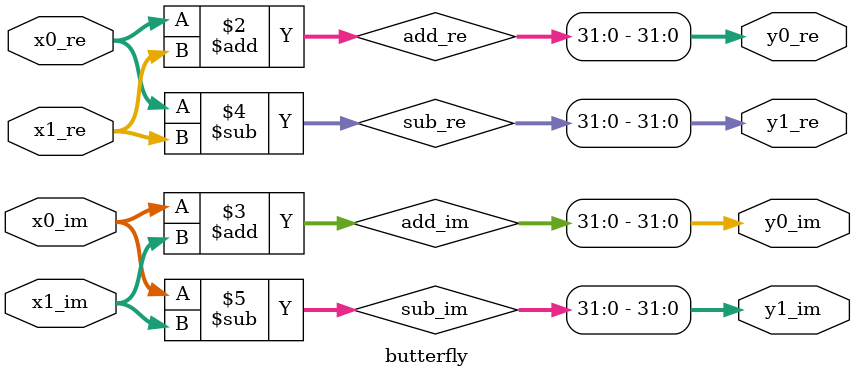
<source format=sv>
`define WIDTH 32

module butterfly(		
	input	     signed [`WIDTH-1:0] x0_re, x0_im, 	//  Input Data #0
	input	     signed [`WIDTH-1:0] x1_re, x1_im,	//  Input Data #1
	output logic signed [`WIDTH-1:0] y0_re, y0_im, 	//  Output Data #0
	output logic signed [`WIDTH-1:0] y1_re, y1_im	//  Output Data #1
);

//===== Reg/Wire Declaration =====//
logic signed	[`WIDTH:0] add_re, add_im;		//  Input Data #0 + Input Data #1
logic signed	[`WIDTH:0] sub_re, sub_im;		//  Input Data #0 - Input Data #1

//===== Combinational =====//
//  Complex Adder
always_comb begin
	add_re = x0_re + x1_re;
	add_im = x0_im + x1_im;
	sub_re = x0_re - x1_re;
	sub_im = x0_im - x1_im;
end

always_comb begin
	y0_re = add_re[`WIDTH-1:0];
	y0_im = add_im[`WIDTH-1:0];
	y1_re = sub_re[`WIDTH-1:0];
	y1_im = sub_im[`WIDTH-1:0];
end

endmodule

</source>
